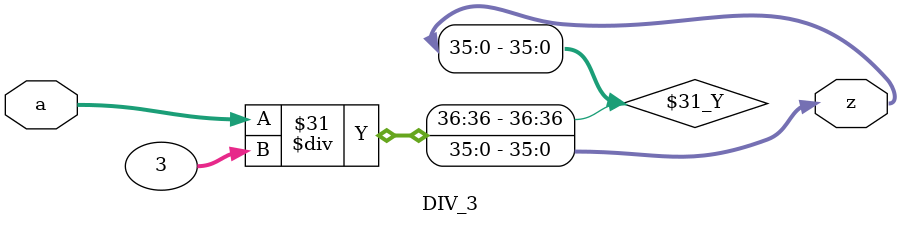
<source format=v>

`ifdef RTL
	`include "GATED_OR.v"
`else
	`include "Netlist/GATED_OR_SYN.v"
`endif
// synopsys translate_on

module SAD(
    //Input signals
    clk,
    rst_n,
    cg_en,
    in_valid,
	in_data1,
    T,
    in_data2,
    w_Q,
    w_K,
    w_V,

    //Output signals
    out_valid,
    out_data
    );

input clk;
input rst_n;
input in_valid;
input cg_en;
input signed [5:0] in_data1;
input [3:0] T;
input signed [7:0] in_data2;
input signed [7:0] w_Q;
input signed [7:0] w_K;
input signed [7:0] w_V;

output reg out_valid;
output reg signed [91:0] out_data;

//==============================================//
//       parameter & integer declaration        //
//==============================================//
parameter d_model = 'd8;

genvar k, p;

//==============================================//
//           reg & wire declaration             //
//==============================================//

reg [8:0] cnt_clk, next_cnt_clk;  // 0 ~ 307 (9 bits)
reg [6:0] handle_cycles_t8;   // 1*8 or 4*8 or 8*8 = 8 ~ 64
reg [6:0] handle_cycles_tt;   // 1*1 or 4*4 or 8*8 = 1 ~ 64
reg [8:0] QK_start_cycle;
reg [8:0] SV_start_cycle;
reg [8:0] out_start_cycle;
reg [8:0] end_cycle;     // max = 307 ??

// ----------------- input buffer -----------------
wire in_data1_valid, in_data2_valid, Q_valid, K_valid, V_valid;

reg signed [5:0] in_data1_reg [0:15];
reg [3:0] T_reg;
wire signed [7:0] in_data2_reg [0:63];
wire signed [7:0] w_Q_reg [0:63];
wire signed [7:0] w_K_reg [0:63];
wire signed [7:0] w_V_reg [0:63];

// ----------------- det -----------------
reg [3:0] det_cnt;    // 0 ~ 11
wire is_det;
reg  is_det_d1, is_det_d2, is_det_d3;

reg signed [20:0] det_tmp;   // 21-bit
reg signed [24:0] det_result;

// ----------------- matrix multiply -----------------
reg [4:0] mult_cnt_small;   // 0~191
reg [4:0] mult_cnt_small_d1;
wire is_multiplying;
wire Q_mult, K_mult, V_mult;
reg  Q_mult_d1, K_mult_d1, V_mult_d1;

wire signed [7:0] w_Q_transpose [0:63];
wire signed [7:0] w_K_transpose [0:63];
wire signed [7:0] w_V_transpose [0:63];

wire is_QK;
reg [5:0] mult_cnt_QK, mult_cnt_QK_d1, mult_cnt_QK_d2, mult_cnt_QK_d3;

reg signed [37:0] A_tmp;     // 38-bit
wire signed [36:0] A_pos;     // 37-bit

reg [36:0] div_a;   // 37-bit, all positive, unsigned
reg [35:0] div_z;   // 36-bit

wire signed [36:0] S_reg [0:63];

wire is_SV;
reg is_SV_d1;
reg [7:0] mult_cnt_SV;   // 0~191

wire signed [18:0] V_transpose [0:63];

// ----------------- mult -----------------
reg signed [7:0]  mult_s1_a [0:7];
reg signed [7:0]  mult_s1_b [0:7];
reg signed [15:0] mult_s1_z [0:7];

reg signed [7:0]  mult_s2_a [0:7];
reg signed [7:0]  mult_s2_b [0:7];
reg signed [15:0] mult_s2_z [0:7];

reg signed [18:0] mult_b_a [0:7];
wire signed [36:0] mult_b_b [0:7];
reg signed [53:0] mult_b_z [0:7];

reg signed [24:0] mult_f_a;
reg signed [53:0] mult_f_b;
reg signed [91:0] mult_f_z;

reg signed [18:0] Q_reg [0:63], K_reg [0:63], V_reg [0:63];     // 19-bit

//==============================================//
//                  design                      //
//==============================================//

wire the_end = (cnt_clk == end_cycle);

// reg [8:0] cnt_clk;  // 0 ~ 307 (9 bits)
always @(posedge clk or negedge rst_n) begin
	if (!rst_n) cnt_clk <= 7'b0;
	else cnt_clk <= next_cnt_clk;
end

// reg [8:0] next_cnt_clk;  // 0 ~ 307 (9 bits)
always @(*) begin
    next_cnt_clk = cnt_clk;
    if      (the_end)                    next_cnt_clk = 9'b0;
    else if (cnt_clk > 9'b0 || in_valid) next_cnt_clk = cnt_clk + 9'd1;
end

// ----------------- input -----------------

// wire in_data1_valid, in_data2_valid, Q_valid, K_valid, V_valid;
assign in_data1_valid = in_valid && cnt_clk < 9'd16;
assign in_data2_valid = in_valid && cnt_clk < ({3'd0, T_reg} << 3);
assign Q_valid = in_valid &&                     cnt_clk < 9'd64;
assign K_valid = in_valid && cnt_clk > 9'd63  && cnt_clk < 9'd128;
assign V_valid = in_valid && cnt_clk > 9'd127 && cnt_clk < 9'd192;

// reg [3:0] T_reg;
always @(posedge clk or negedge rst_n) begin
    if      (!rst_n)                      T_reg <= 4'd0;
    else if (in_valid && cnt_clk == 9'd0) T_reg <= T;
end

// reg [6:0] handle_cycles_t8;   // 1*8 or 4*8 or 8*8 = 8 ~ 64
always @(*) begin
    case (T_reg)
        1:       handle_cycles_t8 = 7'd8;
        4:       handle_cycles_t8 = 7'd32;
        default: handle_cycles_t8 = 7'd64;
    endcase
end
// reg [6:0] handle_cycles_tt;   // 1*1 or 4*4 or 8*8 = 1 ~ 64
always @(*) begin
    case (T_reg)
        1:       handle_cycles_tt = 7'd1;
        4:       handle_cycles_tt = 7'd32;
        default: handle_cycles_tt = 7'd64;
    endcase
end

// reg [8:0] QK_start_cycle;
always @(*) begin
    case (T_reg)
        1:       QK_start_cycle = 9'd190;
        4:       QK_start_cycle = 9'd148;
        default: QK_start_cycle = 9'd148;
    endcase
end

// reg [8:0] SV_start_cycle;
always @(*) begin
    case (T_reg)
        1:       SV_start_cycle = 9'd194;
        4:       SV_start_cycle = 9'd195;
        default: SV_start_cycle = 9'd212;
    endcase
end

// reg [8:0] out_start_cycle;
always @(*) begin
    case (T_reg)
        1:       out_start_cycle = 9'd196;
        4:       out_start_cycle = 9'd197;
        default: out_start_cycle = 9'd214;
    endcase
end

// reg [8:0] end_cycle;     // max = 307 ??
always @(*) begin
    case (T_reg)
        1:       end_cycle = 9'd204;
        4:       end_cycle = 9'd229;
        default: end_cycle = 9'd278;
    endcase
end

wire in_data1_clk;
wire in_data1_sleep = cg_en & ~(cnt_clk <= 27);
GATED_OR GATED_in_data1 (.CLOCK(clk), .SLEEP_CTRL(in_data1_sleep), .RST_N(rst_n), .CLOCK_GATED(in_data1_clk));

// reg signed [5:0] in_data1_reg [0:15];
always @(posedge in_data1_clk or negedge rst_n) begin
// always @(posedge clk or negedge rst_n) begin
    integer i;
    if (!rst_n) for (i = 0; i < 16; i  = i + 1) in_data1_reg[i] <= 6'd0;
    // ----------------- input -----------------
    else if (in_data1_valid) in_data1_reg[cnt_clk] <= in_data1;
    // -------------- determinent --------------
    else if (is_det) begin
        in_data1_reg[0] <= in_data1_reg[1];
        in_data1_reg[1] <= in_data1_reg[2];
        in_data1_reg[2] <= in_data1_reg[3];
        in_data1_reg[3] <= in_data1_reg[0];

        in_data1_reg[4] <= in_data1_reg[5];
        in_data1_reg[5] <= in_data1_reg[6];
        in_data1_reg[6] <= in_data1_reg[7];
        in_data1_reg[7] <= in_data1_reg[4];
        
        in_data1_reg[8] <= in_data1_reg[9];
        in_data1_reg[9] <= in_data1_reg[10];
        in_data1_reg[10] <= in_data1_reg[11];
        in_data1_reg[11] <= in_data1_reg[8];

        in_data1_reg[12] <= in_data1_reg[13];
        in_data1_reg[13] <= in_data1_reg[14];
        in_data1_reg[14] <= in_data1_reg[15];
        in_data1_reg[15] <= in_data1_reg[12];
    end
end

wire in_data2_clk_h1, in_data2_clk_h2;
wire in_data2_sleep = cg_en & ~(cnt_clk < ({3'd0, T_reg} << 3)) & ~(the_end);
GATED_OR GATED_in_data2_h1 (.CLOCK(clk), .SLEEP_CTRL(in_data2_sleep), .RST_N(rst_n), .CLOCK_GATED(in_data2_clk_h1));
GATED_OR GATED_in_data2_h2 (.CLOCK(clk), .SLEEP_CTRL(in_data2_sleep), .RST_N(rst_n), .CLOCK_GATED(in_data2_clk_h2));

reg signed [7:0] in_data2_reg_h1 [0:31], in_data2_reg_h2 [32:63];

// reg signed [7:0] in_data2_reg [0:63];
always @(posedge in_data2_clk_h1 or negedge rst_n) begin
// always @(posedge clk or negedge rst_n) begin
    integer i;
    if      (!rst_n)                            for (i = 0; i < 32; i  = i + 1) in_data2_reg_h1[i] <= 8'd0;
    else if (the_end)                           for (i = 8; i < 32; i  = i + 1) in_data2_reg_h1[i] <= 8'd0;
    else if (in_data2_valid && cnt_clk < 9'd32) in_data2_reg_h1[cnt_clk] <= in_data2;
end

always @(posedge in_data2_clk_h2 or negedge rst_n) begin
// always @(posedge clk or negedge rst_n) begin
    integer i;
    if      (!rst_n)                            for (i = 32; i < 64; i  = i + 1) in_data2_reg_h2[i] <= 8'd0;
    else if (the_end)                           for (i = 32; i < 64; i  = i + 1) in_data2_reg_h2[i] <= 8'd0;
    else if (in_data2_valid && cnt_clk > 9'd31) in_data2_reg_h2[cnt_clk] <= in_data2;
end

generate
    for (k = 0; k < 32; k = k + 1) begin: recover_in_data2_reg
        assign in_data2_reg[k]    = in_data2_reg_h1[k];
        assign in_data2_reg[k+32] = in_data2_reg_h2[k+32];
    end
endgenerate

wire w_Q_clk_h1, w_Q_clk_h2;
wire w_K_clk_h1, w_K_clk_h2;
wire w_V_clk_h1, w_V_clk_h2;
wire w_Q_sleep = cg_en & ~(cnt_clk < 9'd64);
wire w_K_sleep = cg_en & ~(cnt_clk > 9'd63  && cnt_clk < 9'd128);
wire w_V_sleep = cg_en & ~(cnt_clk > 9'd127 && cnt_clk < 9'd192);
GATED_OR GATED_w_Q_h1 (.CLOCK(clk), .SLEEP_CTRL(w_Q_sleep), .RST_N(rst_n), .CLOCK_GATED(w_Q_clk_h1));
GATED_OR GATED_w_K_h1 (.CLOCK(clk), .SLEEP_CTRL(w_K_sleep), .RST_N(rst_n), .CLOCK_GATED(w_K_clk_h1));
GATED_OR GATED_w_V_h1 (.CLOCK(clk), .SLEEP_CTRL(w_V_sleep), .RST_N(rst_n), .CLOCK_GATED(w_V_clk_h1));
GATED_OR GATED_w_Q_h2 (.CLOCK(clk), .SLEEP_CTRL(w_Q_sleep), .RST_N(rst_n), .CLOCK_GATED(w_Q_clk_h2));
GATED_OR GATED_w_K_h2 (.CLOCK(clk), .SLEEP_CTRL(w_K_sleep), .RST_N(rst_n), .CLOCK_GATED(w_K_clk_h2));
GATED_OR GATED_w_V_h2 (.CLOCK(clk), .SLEEP_CTRL(w_V_sleep), .RST_N(rst_n), .CLOCK_GATED(w_V_clk_h2));

reg signed [7:0] w_Q_reg_h1 [0:31], w_Q_reg_h2 [32:63];
reg signed [7:0] w_K_reg_h1 [0:31], w_K_reg_h2 [32:63];
reg signed [7:0] w_V_reg_h1 [0:31], w_V_reg_h2 [32:63];

generate
    for (k = 0; k < 32; k = k + 1) begin: recover_w_QKV_reg
        assign w_Q_reg[k] = w_Q_reg_h1[k];
        assign w_K_reg[k] = w_K_reg_h1[k];
        assign w_V_reg[k] = w_V_reg_h1[k];
        assign w_Q_reg[k+32] = w_Q_reg_h2[k+32];
        assign w_K_reg[k+32] = w_K_reg_h2[k+32];
        assign w_V_reg[k+32] = w_V_reg_h2[k+32];
    end
endgenerate

// reg signed [7:0] w_Q_reg [0:63];
always @(posedge w_Q_clk_h1 or negedge rst_n) begin
    integer i;
    if      (!rst_n)  for (i = 0; i < 32; i = i + 1) w_Q_reg_h1[i] <= 8'd0;
    else if (Q_valid && cnt_clk[5:0] < 6'd32) w_Q_reg_h1[cnt_clk[5:0]] <= w_Q;
end
always @(posedge w_Q_clk_h2 or negedge rst_n) begin
    integer i;
    if      (!rst_n)  for (i = 32; i < 64; i = i + 1) w_Q_reg_h2[i] <= 8'd0;
    else if (Q_valid && cnt_clk[5:0] > 6'd31) w_Q_reg_h2[cnt_clk[5:0]] <= w_Q;
end

// reg signed [7:0] w_K_reg [0:63];
always @(posedge w_K_clk_h1 or negedge rst_n) begin
    integer i;
    if      (!rst_n)  for (i = 0; i < 32; i = i + 1) w_K_reg_h1[i] <= 8'd0;
    else if (K_valid && cnt_clk[5:0] < 6'd32) w_K_reg_h1[cnt_clk[5:0]] <= w_K;
end
always @(posedge w_K_clk_h2 or negedge rst_n) begin
    integer i;
    if      (!rst_n)  for (i = 32; i < 64; i = i + 1) w_K_reg_h2[i] <= 8'd0;
    else if (K_valid && cnt_clk[5:0] > 6'd31) w_K_reg_h2[cnt_clk[5:0]] <= w_K;
end

// reg signed [7:0] w_V_reg [0:63];
always @(posedge w_V_clk_h1 or negedge rst_n) begin
    integer i;
    if      (!rst_n)  for (i = 0; i < 32; i = i + 1) w_V_reg_h1[i] <= 8'd0;
    else if (V_valid && cnt_clk[5:0] < 6'd32) w_V_reg_h1[cnt_clk[5:0]] <= w_V;
end
always @(posedge w_V_clk_h2 or negedge rst_n) begin
    integer i;
    if      (!rst_n)  for (i = 32; i < 64; i = i + 1) w_V_reg_h2[i] <= 8'd0;
    else if (V_valid && cnt_clk[5:0] > 6'd31) w_V_reg_h2[cnt_clk[5:0]] <= w_V;
end

// -------------- determinent --------------

wire det_cnt_clk;
wire det_cnt_sleep = cg_en & ~(is_det) & ~(the_end);
GATED_OR GATED_det_cnt (.CLOCK(clk), .SLEEP_CTRL(det_cnt_sleep), .RST_N(rst_n), .CLOCK_GATED(det_cnt_clk));

// reg [3:0] det_cnt;    // 0 ~ 11
always @(posedge det_cnt_clk or negedge rst_n) begin
// always @(posedge clk or negedge rst_n) begin
    if      (!rst_n) det_cnt <= 4'd0;
    else if (is_det) det_cnt <= det_cnt + 4'd1;
    else if (the_end) det_cnt <= 4'd0;
end

// wire is_det;
assign is_det = (cnt_clk >= 9'd16 && cnt_clk <= 9'd27);

wire is_det_d_clk;
wire is_det_d_sleep = cg_en & ~(cnt_clk >= 9'd16 && cnt_clk <= 9'd30);
GATED_OR GATED_is_det_d (.CLOCK(clk), .SLEEP_CTRL(is_det_d_sleep), .RST_N(rst_n), .CLOCK_GATED(is_det_d_clk));

// reg is_det_d1, is_det_d2, is_det_d3;
always @(posedge is_det_d_clk or negedge rst_n) begin
// always @(posedge clk or negedge rst_n) begin
    if (!rst_n) begin
        is_det_d1 <= 1'b0;
        is_det_d2 <= 1'b0;
        is_det_d3 <= 1'b0;
    end
    else begin
        is_det_d1 <= is_det;
        is_det_d2 <= is_det_d1;
        is_det_d3 <= is_det_d2;
    end
end

// + a0 a5 a10 a15
// - a1 a6 a11 a12
// + a2 a7 a8  a13
// - a3 a4 a9  a14

// + a0 a6 a11 a13
// - a1 a7 a8  a14
// + a2 a4 a9  a15
// - a3 a5 a10 a12

// + a0 a7 a9  a14
// - a1 a4 a10 a15
// + a2 a5 a11 a12
// - a3 a6 a8  a13

//--------------------

// - a0 a7 a10 a13
// + a1 a4 a11 a14 
// - a2 a5 a8  a15
// + a3 a6 a9  a12

// - a0 a5 a11 a14
// + a1 a6 a8  a15 
// - a2 a7 a9  a12
// + a3 a4 a10 a13 

// - a0 a6 a9  a15
// + a1 a7 a10 a12
// - a2 a4 a11 a13 
// + a3 a5 a8  a14

wire mult_s1_clk, mult_s2_clk;
wire mult_s1_sleep = cg_en & ~is_det & ~Q_mult & ~K_mult & ~V_mult & ~(the_end);
wire mult_s2_sleep = cg_en           & ~Q_mult & ~K_mult & ~V_mult & ~(the_end);
GATED_OR GATED_mult_s1 (.CLOCK(clk), .SLEEP_CTRL(mult_s1_sleep), .RST_N(rst_n), .CLOCK_GATED(mult_s1_clk));
GATED_OR GATED_mult_s2 (.CLOCK(clk), .SLEEP_CTRL(mult_s2_sleep), .RST_N(rst_n), .CLOCK_GATED(mult_s2_clk));

// reg signed [7:0] mult_s_a[0:7], mult_s_b[0:7]
always @(posedge mult_s1_clk or negedge rst_n) begin
// always @(posedge clk or negedge rst_n) begin
    integer i;
    if (!rst_n) begin
        for (i = 0; i < 8; i = i + 1) begin
            mult_s1_a[i] <= 8'd0;
            mult_s1_b[i] <= 8'd0;
        end
    end
    else if (is_det) begin
        case (det_cnt[3:2])
            2'd1: begin
                // -
                mult_s1_a[0] <= {{2{in_data1_reg[0][5]}},  in_data1_reg[0]};
                mult_s1_b[0] <= {{2{in_data1_reg[6][5]}},  in_data1_reg[6]};
                mult_s1_a[1] <= {{2{in_data1_reg[11][5]}}, in_data1_reg[11]};
                mult_s1_b[1] <= {{2{in_data1_reg[13][5]}}, in_data1_reg[13]};
                // +
                
                mult_s1_a[2] <= {{2{in_data1_reg[0][5]}},  in_data1_reg[0]};
                mult_s1_b[2] <= {{2{in_data1_reg[5][5]}},  in_data1_reg[5]};
                mult_s1_a[3] <= {{2{in_data1_reg[11][5]}}, in_data1_reg[11]};
                mult_s1_b[3] <= {{2{in_data1_reg[14][5]}}, in_data1_reg[14]};
            end
            2'd2: begin
                // +
                mult_s1_a[0] <= {{2{in_data1_reg[0][5]}},  in_data1_reg[0]};
                mult_s1_b[0] <= {{2{in_data1_reg[7][5]}},  in_data1_reg[7]};
                mult_s1_a[1] <= {{2{in_data1_reg[9][5]}},  in_data1_reg[9]};
                mult_s1_b[1] <= {{2{in_data1_reg[14][5]}}, in_data1_reg[14]};
                // -
                mult_s1_a[2] <= {{2{in_data1_reg[0][5]}},  in_data1_reg[0]};
                mult_s1_b[2] <= {{2{in_data1_reg[6][5]}},  in_data1_reg[6]};
                mult_s1_a[3] <= {{2{in_data1_reg[9][5]}},  in_data1_reg[9]};
                mult_s1_b[3] <= {{2{in_data1_reg[15][5]}}, in_data1_reg[15]};
            end
            default: begin      // 0 or 3
                // -
                mult_s1_a[0] <= {{2{in_data1_reg[0][5]}},  in_data1_reg[0]};
                mult_s1_b[0] <= {{2{in_data1_reg[5][5]}},  in_data1_reg[5]};
                mult_s1_a[1] <= {{2{in_data1_reg[10][5]}}, in_data1_reg[10]};
                mult_s1_b[1] <= {{2{in_data1_reg[15][5]}}, in_data1_reg[15]};
                // +
                mult_s1_a[2] <= {{2{in_data1_reg[0][5]}},  in_data1_reg[0]};
                mult_s1_b[2] <= {{2{in_data1_reg[7][5]}},  in_data1_reg[7]};
                mult_s1_a[3] <= {{2{in_data1_reg[10][5]}}, in_data1_reg[10]};
                mult_s1_b[3] <= {{2{in_data1_reg[13][5]}}, in_data1_reg[13]};
            end
        endcase
    end
    else if (Q_mult) begin
        mult_s1_a[0] <= in_data2_reg[{mult_cnt_small[4:3], 4'd0}];
        mult_s1_a[1] <= in_data2_reg[{mult_cnt_small[4:3], 4'd1}];
        mult_s1_a[2] <= in_data2_reg[{mult_cnt_small[4:3], 4'd2}];
        mult_s1_a[3] <= in_data2_reg[{mult_cnt_small[4:3], 4'd3}];
        mult_s1_a[4] <= in_data2_reg[{mult_cnt_small[4:3], 4'd4}];
        mult_s1_a[5] <= in_data2_reg[{mult_cnt_small[4:3], 4'd5}];
        mult_s1_a[6] <= in_data2_reg[{mult_cnt_small[4:3], 4'd6}];
        mult_s1_a[7] <= in_data2_reg[{mult_cnt_small[4:3], 4'd7}];

        mult_s1_b[0] <= w_Q_transpose[{mult_cnt_small[2:0], 3'd0}];
        mult_s1_b[1] <= w_Q_transpose[{mult_cnt_small[2:0], 3'd1}];
        mult_s1_b[2] <= w_Q_transpose[{mult_cnt_small[2:0], 3'd2}];
        mult_s1_b[3] <= w_Q_transpose[{mult_cnt_small[2:0], 3'd3}];
        mult_s1_b[4] <= w_Q_transpose[{mult_cnt_small[2:0], 3'd4}];
        mult_s1_b[5] <= w_Q_transpose[{mult_cnt_small[2:0], 3'd5}];
        mult_s1_b[6] <= w_Q_transpose[{mult_cnt_small[2:0], 3'd6}];
        mult_s1_b[7] <= w_Q_transpose[{mult_cnt_small[2:0], 3'd7}];
    end
    else if (K_mult) begin
        mult_s1_a[0] <= in_data2_reg[{mult_cnt_small[4:3], 4'd0}];
        mult_s1_a[1] <= in_data2_reg[{mult_cnt_small[4:3], 4'd1}];
        mult_s1_a[2] <= in_data2_reg[{mult_cnt_small[4:3], 4'd2}];
        mult_s1_a[3] <= in_data2_reg[{mult_cnt_small[4:3], 4'd3}];
        mult_s1_a[4] <= in_data2_reg[{mult_cnt_small[4:3], 4'd4}];
        mult_s1_a[5] <= in_data2_reg[{mult_cnt_small[4:3], 4'd5}];
        mult_s1_a[6] <= in_data2_reg[{mult_cnt_small[4:3], 4'd6}];
        mult_s1_a[7] <= in_data2_reg[{mult_cnt_small[4:3], 4'd7}];

        mult_s1_b[0] <= w_K_transpose[{mult_cnt_small[2:0], 3'd0}];
        mult_s1_b[1] <= w_K_transpose[{mult_cnt_small[2:0], 3'd1}];
        mult_s1_b[2] <= w_K_transpose[{mult_cnt_small[2:0], 3'd2}];
        mult_s1_b[3] <= w_K_transpose[{mult_cnt_small[2:0], 3'd3}];
        mult_s1_b[4] <= w_K_transpose[{mult_cnt_small[2:0], 3'd4}];
        mult_s1_b[5] <= w_K_transpose[{mult_cnt_small[2:0], 3'd5}];
        mult_s1_b[6] <= w_K_transpose[{mult_cnt_small[2:0], 3'd6}];
        mult_s1_b[7] <= w_K_transpose[{mult_cnt_small[2:0], 3'd7}];
    end
    else if (V_mult) begin
        mult_s1_a[0] <= in_data2_reg[{mult_cnt_small[4:3], 4'd0}];
        mult_s1_a[1] <= in_data2_reg[{mult_cnt_small[4:3], 4'd1}];
        mult_s1_a[2] <= in_data2_reg[{mult_cnt_small[4:3], 4'd2}];
        mult_s1_a[3] <= in_data2_reg[{mult_cnt_small[4:3], 4'd3}];
        mult_s1_a[4] <= in_data2_reg[{mult_cnt_small[4:3], 4'd4}];
        mult_s1_a[5] <= in_data2_reg[{mult_cnt_small[4:3], 4'd5}];
        mult_s1_a[6] <= in_data2_reg[{mult_cnt_small[4:3], 4'd6}];
        mult_s1_a[7] <= in_data2_reg[{mult_cnt_small[4:3], 4'd7}];

        mult_s1_b[0] <= w_V_transpose[{mult_cnt_small[2:0], 3'd0}];
        mult_s1_b[1] <= w_V_transpose[{mult_cnt_small[2:0], 3'd1}];
        mult_s1_b[2] <= w_V_transpose[{mult_cnt_small[2:0], 3'd2}];
        mult_s1_b[3] <= w_V_transpose[{mult_cnt_small[2:0], 3'd3}];
        mult_s1_b[4] <= w_V_transpose[{mult_cnt_small[2:0], 3'd4}];
        mult_s1_b[5] <= w_V_transpose[{mult_cnt_small[2:0], 3'd5}];
        mult_s1_b[6] <= w_V_transpose[{mult_cnt_small[2:0], 3'd6}];
        mult_s1_b[7] <= w_V_transpose[{mult_cnt_small[2:0], 3'd7}];
    end
    else if (the_end) begin
        for (i = 0; i < 8; i = i + 1) begin
            mult_s1_a[i] <= 8'd0;
            mult_s1_b[i] <= 8'd0;
        end
    end
end
// reg signed [7:0] mult_s_a[0:7], mult_s_b[0:7]
always @(posedge mult_s2_clk or negedge rst_n) begin
// always @(posedge clk or negedge rst_n) begin
    integer i;
    if (!rst_n) begin
        for (i = 0; i < 8; i = i + 1) begin
            mult_s2_a[i] <= 8'd0;
            mult_s2_b[i] <= 8'd0;
        end
    end
    else if (Q_mult) begin
        mult_s2_a[0] <= in_data2_reg[{mult_cnt_small[4:3], 1'b1, 3'd0}];
        mult_s2_a[1] <= in_data2_reg[{mult_cnt_small[4:3], 1'b1, 3'd1}];
        mult_s2_a[2] <= in_data2_reg[{mult_cnt_small[4:3], 1'b1, 3'd2}];
        mult_s2_a[3] <= in_data2_reg[{mult_cnt_small[4:3], 1'b1, 3'd3}];
        mult_s2_a[4] <= in_data2_reg[{mult_cnt_small[4:3], 1'b1, 3'd4}];
        mult_s2_a[5] <= in_data2_reg[{mult_cnt_small[4:3], 1'b1, 3'd5}];
        mult_s2_a[6] <= in_data2_reg[{mult_cnt_small[4:3], 1'b1, 3'd6}];
        mult_s2_a[7] <= in_data2_reg[{mult_cnt_small[4:3], 1'b1, 3'd7}];

        mult_s2_b[0] <= w_Q_transpose[{mult_cnt_small[2:0], 3'd0}];
        mult_s2_b[1] <= w_Q_transpose[{mult_cnt_small[2:0], 3'd1}];
        mult_s2_b[2] <= w_Q_transpose[{mult_cnt_small[2:0], 3'd2}];
        mult_s2_b[3] <= w_Q_transpose[{mult_cnt_small[2:0], 3'd3}];
        mult_s2_b[4] <= w_Q_transpose[{mult_cnt_small[2:0], 3'd4}];
        mult_s2_b[5] <= w_Q_transpose[{mult_cnt_small[2:0], 3'd5}];
        mult_s2_b[6] <= w_Q_transpose[{mult_cnt_small[2:0], 3'd6}];
        mult_s2_b[7] <= w_Q_transpose[{mult_cnt_small[2:0], 3'd7}];
    end
    else if (K_mult) begin
        mult_s2_a[0] <= in_data2_reg[{mult_cnt_small[4:3], 1'b1, 3'd0}];
        mult_s2_a[1] <= in_data2_reg[{mult_cnt_small[4:3], 1'b1, 3'd1}];
        mult_s2_a[2] <= in_data2_reg[{mult_cnt_small[4:3], 1'b1, 3'd2}];
        mult_s2_a[3] <= in_data2_reg[{mult_cnt_small[4:3], 1'b1, 3'd3}];
        mult_s2_a[4] <= in_data2_reg[{mult_cnt_small[4:3], 1'b1, 3'd4}];
        mult_s2_a[5] <= in_data2_reg[{mult_cnt_small[4:3], 1'b1, 3'd5}];
        mult_s2_a[6] <= in_data2_reg[{mult_cnt_small[4:3], 1'b1, 3'd6}];
        mult_s2_a[7] <= in_data2_reg[{mult_cnt_small[4:3], 1'b1, 3'd7}];

        mult_s2_b[0] <= w_K_transpose[{mult_cnt_small[2:0], 3'd0}];
        mult_s2_b[1] <= w_K_transpose[{mult_cnt_small[2:0], 3'd1}];
        mult_s2_b[2] <= w_K_transpose[{mult_cnt_small[2:0], 3'd2}];
        mult_s2_b[3] <= w_K_transpose[{mult_cnt_small[2:0], 3'd3}];
        mult_s2_b[4] <= w_K_transpose[{mult_cnt_small[2:0], 3'd4}];
        mult_s2_b[5] <= w_K_transpose[{mult_cnt_small[2:0], 3'd5}];
        mult_s2_b[6] <= w_K_transpose[{mult_cnt_small[2:0], 3'd6}];
        mult_s2_b[7] <= w_K_transpose[{mult_cnt_small[2:0], 3'd7}];
    end
    else if (V_mult) begin
        mult_s2_a[0] <= in_data2_reg[{mult_cnt_small[4:3], 1'b1, 3'd0}];
        mult_s2_a[1] <= in_data2_reg[{mult_cnt_small[4:3], 1'b1, 3'd1}];
        mult_s2_a[2] <= in_data2_reg[{mult_cnt_small[4:3], 1'b1, 3'd2}];
        mult_s2_a[3] <= in_data2_reg[{mult_cnt_small[4:3], 1'b1, 3'd3}];
        mult_s2_a[4] <= in_data2_reg[{mult_cnt_small[4:3], 1'b1, 3'd4}];
        mult_s2_a[5] <= in_data2_reg[{mult_cnt_small[4:3], 1'b1, 3'd5}];
        mult_s2_a[6] <= in_data2_reg[{mult_cnt_small[4:3], 1'b1, 3'd6}];
        mult_s2_a[7] <= in_data2_reg[{mult_cnt_small[4:3], 1'b1, 3'd7}];

        mult_s2_b[0] <= w_V_transpose[{mult_cnt_small[2:0], 3'd0}];
        mult_s2_b[1] <= w_V_transpose[{mult_cnt_small[2:0], 3'd1}];
        mult_s2_b[2] <= w_V_transpose[{mult_cnt_small[2:0], 3'd2}];
        mult_s2_b[3] <= w_V_transpose[{mult_cnt_small[2:0], 3'd3}];
        mult_s2_b[4] <= w_V_transpose[{mult_cnt_small[2:0], 3'd4}];
        mult_s2_b[5] <= w_V_transpose[{mult_cnt_small[2:0], 3'd5}];
        mult_s2_b[6] <= w_V_transpose[{mult_cnt_small[2:0], 3'd6}];
        mult_s2_b[7] <= w_V_transpose[{mult_cnt_small[2:0], 3'd7}];
    end
    else if (the_end) begin
        for (i = 0; i < 8; i = i + 1) begin
            mult_s2_a[i] <= 8'd0;
            mult_s2_b[i] <= 8'd0;
        end
    end
end

wire mult_b_a_clk, mult_b_b_clk_h1, mult_b_b_clk_h2;
wire mult_b_sleep = cg_en & ~is_det_d1 & ~is_QK & ~is_SV & ~(the_end);
// GATED_OR GATED_mult_b_a (.CLOCK(clk), .SLEEP_CTRL(mult_b_sleep), .RST_N(rst_n), .CLOCK_GATED(mult_b_a_clk));
GATED_OR GATED_mult_b_b_h1 (.CLOCK(clk), .SLEEP_CTRL(mult_b_sleep), .RST_N(rst_n), .CLOCK_GATED(mult_b_b_clk_h1));
GATED_OR GATED_mult_b_b_h2 (.CLOCK(clk), .SLEEP_CTRL(mult_b_sleep), .RST_N(rst_n), .CLOCK_GATED(mult_b_b_clk_h2));

reg signed [36:0] mult_b_b_h1[0:3], mult_b_b_h2[4:7];

generate
    for (k = 0; k < 4; k = k + 1) begin: recover_mult_b_b
        assign mult_b_b[k]   = mult_b_b_h1[k];
        assign mult_b_b[k+4] = mult_b_b_h2[k+4];
    end
endgenerate

// reg signed [18:0] mult_b_a[0:7]
// reg signed [36:0] mult_b_b[0:7]
// always @(posedge mult_b_a_clk or negedge rst_n) begin        // may wrong
always @(posedge clk or negedge rst_n) begin
    integer i;
    if (!rst_n) begin
        for (i = 0; i < 8; i = i + 1) begin
            mult_b_a[i] <= 19'd0;
        end
    end
    else if (is_det_d1) begin
        mult_b_a[0] <= {{ 3{mult_s1_z[0][15]}}, mult_s1_z[0]};
        mult_b_a[1] <= {{ 3{mult_s1_z[2][15]}}, mult_s1_z[2]};
        for (i = 2; i < 8; i = i + 1) begin
            mult_b_a[i] <= 19'd0;
        end
    end
    else if (is_QK) begin
        mult_b_a[0] <= Q_reg[{mult_cnt_QK[5:3], 3'd0}];
        mult_b_a[1] <= Q_reg[{mult_cnt_QK[5:3], 3'd1}];
        mult_b_a[2] <= Q_reg[{mult_cnt_QK[5:3], 3'd2}];
        mult_b_a[3] <= Q_reg[{mult_cnt_QK[5:3], 3'd3}];
        mult_b_a[4] <= Q_reg[{mult_cnt_QK[5:3], 3'd4}];
        mult_b_a[5] <= Q_reg[{mult_cnt_QK[5:3], 3'd5}];
        mult_b_a[6] <= Q_reg[{mult_cnt_QK[5:3], 3'd6}];
        mult_b_a[7] <= Q_reg[{mult_cnt_QK[5:3], 3'd7}];
    end
    else if (is_SV) begin
        mult_b_a[0] <= V_transpose[{mult_cnt_SV[2:0], 3'd0}];  // 19-bit
        mult_b_a[1] <= V_transpose[{mult_cnt_SV[2:0], 3'd1}];
        mult_b_a[2] <= V_transpose[{mult_cnt_SV[2:0], 3'd2}];
        mult_b_a[3] <= V_transpose[{mult_cnt_SV[2:0], 3'd3}];
        mult_b_a[4] <= V_transpose[{mult_cnt_SV[2:0], 3'd4}];
        mult_b_a[5] <= V_transpose[{mult_cnt_SV[2:0], 3'd5}];
        mult_b_a[6] <= V_transpose[{mult_cnt_SV[2:0], 3'd6}];
        mult_b_a[7] <= V_transpose[{mult_cnt_SV[2:0], 3'd7}];
    end
    else if (the_end) begin
        for (i = 0; i < 8; i = i + 1) begin
            mult_b_a[i] <= 19'd0;
        end
    end
end
always @(posedge mult_b_b_clk_h1 or negedge rst_n) begin
// always @(posedge clk or negedge rst_n) begin
    integer i;
    if (!rst_n) begin
        for (i = 0; i < 4; i = i + 1) begin
            mult_b_b_h1[i] <= 37'd0;
        end
    end
    else if (is_det_d1) begin
        mult_b_b_h1[0] <= {{21{mult_s1_z[1][15]}}, mult_s1_z[1]};
        mult_b_b_h1[1] <= {{21{mult_s1_z[3][15]}}, mult_s1_z[3]};
        mult_b_b_h1[2] <= 37'd0;
        mult_b_b_h1[3] <= 37'd0;
    end
    else if (is_QK) begin
        mult_b_b_h1[0] <= {{18{K_reg[{mult_cnt_QK[2:0], 3'd0}][18]}}, K_reg[{mult_cnt_QK[2:0], 3'd0}]};
        mult_b_b_h1[1] <= {{18{K_reg[{mult_cnt_QK[2:0], 3'd1}][18]}}, K_reg[{mult_cnt_QK[2:0], 3'd1}]};
        mult_b_b_h1[2] <= {{18{K_reg[{mult_cnt_QK[2:0], 3'd2}][18]}}, K_reg[{mult_cnt_QK[2:0], 3'd2}]};
        mult_b_b_h1[3] <= {{18{K_reg[{mult_cnt_QK[2:0], 3'd3}][18]}}, K_reg[{mult_cnt_QK[2:0], 3'd3}]};
    end
    else if (is_SV) begin
        mult_b_b_h1[0] <= S_reg[{mult_cnt_SV[5:3], 3'd0}];        // 37-bit
        mult_b_b_h1[1] <= S_reg[{mult_cnt_SV[5:3], 3'd1}];
        mult_b_b_h1[2] <= S_reg[{mult_cnt_SV[5:3], 3'd2}];
        mult_b_b_h1[3] <= S_reg[{mult_cnt_SV[5:3], 3'd3}];
    end
    else if (the_end) begin
        for (i = 0; i < 4; i = i + 1) begin
            mult_b_b_h1[i] <= 37'd0;
        end
    end
end
always @(posedge mult_b_b_clk_h2 or negedge rst_n) begin
// always @(posedge clk or negedge rst_n) begin
    integer i;
    if (!rst_n) begin
        for (i = 4; i < 8; i = i + 1) begin
            mult_b_b_h2[i] <= 37'd0;
        end
    end
    else if (is_det_d1) begin
        mult_b_b_h2[4] <= 37'd0;
        mult_b_b_h2[5] <= 37'd0;
        mult_b_b_h2[6] <= 37'd0;
        mult_b_b_h2[7] <= 37'd0;
    end
    else if (is_QK) begin
        mult_b_b_h2[4] <= {{18{K_reg[{mult_cnt_QK[2:0], 3'd4}][18]}}, K_reg[{mult_cnt_QK[2:0], 3'd4}]};
        mult_b_b_h2[5] <= {{18{K_reg[{mult_cnt_QK[2:0], 3'd5}][18]}}, K_reg[{mult_cnt_QK[2:0], 3'd5}]};
        mult_b_b_h2[6] <= {{18{K_reg[{mult_cnt_QK[2:0], 3'd6}][18]}}, K_reg[{mult_cnt_QK[2:0], 3'd6}]};
        mult_b_b_h2[7] <= {{18{K_reg[{mult_cnt_QK[2:0], 3'd7}][18]}}, K_reg[{mult_cnt_QK[2:0], 3'd7}]};
    end
    else if (is_SV) begin
        mult_b_b_h2[4] <= S_reg[{mult_cnt_SV[5:3], 3'd4}];
        mult_b_b_h2[5] <= S_reg[{mult_cnt_SV[5:3], 3'd5}];
        mult_b_b_h2[6] <= S_reg[{mult_cnt_SV[5:3], 3'd6}];
        mult_b_b_h2[7] <= S_reg[{mult_cnt_SV[5:3], 3'd7}];
    end
    else if (the_end) begin
        for (i = 4; i < 8; i = i + 1) begin
            mult_b_b_h2[i] <= 37'd0;
        end
    end
end

// reg signed [20:0] det_tmp;   // 21-bit
always @(posedge clk or negedge rst_n) begin
    if      (!rst_n)     det_tmp <= 21'd0;
    else if (is_det_d2) begin
        if (~cnt_clk[0]) det_tmp <= mult_b_z[0] - mult_b_z[1];
        else             det_tmp <= mult_b_z[1] - mult_b_z[0];
    end
end

// reg signed [24:0] det_result;
always @(posedge clk or negedge rst_n) begin
    if      (!rst_n)    det_result <= 25'd0;
    else if (is_det_d3) det_result <= det_result + det_tmp;
    else if (the_end)   det_result <= 25'd0;
end

// -------------- attention --------------

assign Q_mult = cnt_clk >= 9'd57  && cnt_clk <= 9'd88;
assign K_mult = cnt_clk >= 9'd121 && cnt_clk <= 9'd152;
assign V_mult = cnt_clk >= 9'd185 && cnt_clk < (T_reg[0] ? 9'd193 : (9'd185 + (handle_cycles_t8>>1)));

// reg Q_mult_d1, K_mult_d1, V_mult_d1;
always @(posedge clk or negedge rst_n) begin
    if (!rst_n) begin
        Q_mult_d1 <= 1'b0;
        K_mult_d1 <= 1'b0;
        V_mult_d1 <= 1'b0;
    end
    else begin
        Q_mult_d1 <= Q_mult;
        K_mult_d1 <= K_mult;
        V_mult_d1 <= V_mult;
    end
end

// wire is_multiplying;
assign is_multiplying = (Q_mult || K_mult || V_mult);

// reg [4:0] mult_cnt_small;   // 0~191
always @(posedge clk or negedge rst_n) begin
    if      (!rst_n)               mult_cnt_small <= 5'd0;
    else if (is_multiplying)       mult_cnt_small <= mult_cnt_small + 5'd1;
    else if (the_end) mult_cnt_small <= 5'd0;
end

// reg [7:0] mult_cnt_small_d1;   // 0~191
always @(posedge clk or negedge rst_n) begin
    if (!rst_n) mult_cnt_small_d1 <= 5'd0;
    else        mult_cnt_small_d1 <= mult_cnt_small;
end

// wire signed [7:0] w_Q_transpose [0:63];
// wire signed [7:0] w_K_transpose [0:63];
// wire signed [7:0] w_V_transpose [0:63];
generate
    for (k = 0; k < 64; k = k + 1) begin: transpose_weight
        assign w_Q_transpose[k] = w_Q_reg[k/8 + 8*(k%8)];
        assign w_K_transpose[k] = w_K_reg[k/8 + 8*(k%8)];
        assign w_V_transpose[k] = w_V_reg[k/8 + 8*(k%8)];
    end
endgenerate

// reg signed [18:0] Q_reg [0:63], K_reg [0:63], V_reg [0:63];     // 19-bit
always @(posedge clk or negedge rst_n) begin
    integer i;
    if (!rst_n) begin
        for (i = 0; i < 64; i = i + 1) Q_reg[i] <= 19'd0;
    end
    else if (Q_mult_d1) begin
        Q_reg[{mult_cnt_small_d1[4:3], 1'b0, mult_cnt_small_d1[2:0]}] <= mult_s1_z[0] + mult_s1_z[1] + mult_s1_z[2] + mult_s1_z[3] + mult_s1_z[4] + mult_s1_z[5] + mult_s1_z[6] + mult_s1_z[7];
        Q_reg[{mult_cnt_small_d1[4:3], 1'b1, mult_cnt_small_d1[2:0]}] <= mult_s2_z[0] + mult_s2_z[1] + mult_s2_z[2] + mult_s2_z[3] + mult_s2_z[4] + mult_s2_z[5] + mult_s2_z[6] + mult_s2_z[7];
    end
    else if (the_end) begin
        for (i = 0; i < 64; i = i + 1) Q_reg[i] <= 19'd0;
    end
end

always @(posedge clk or negedge rst_n) begin
    integer i;
    if (!rst_n) begin
        for (i = 0; i < 64; i = i + 1) K_reg[i] <= 19'd0;
    end
    else if (K_mult_d1) begin
        K_reg[{mult_cnt_small_d1[4:3], 1'b0, mult_cnt_small_d1[2:0]}] <= mult_s1_z[0] + mult_s1_z[1] + mult_s1_z[2] + mult_s1_z[3] + mult_s1_z[4] + mult_s1_z[5] + mult_s1_z[6] + mult_s1_z[7];
        K_reg[{mult_cnt_small_d1[4:3], 1'b1, mult_cnt_small_d1[2:0]}] <= mult_s2_z[0] + mult_s2_z[1] + mult_s2_z[2] + mult_s2_z[3] + mult_s2_z[4] + mult_s2_z[5] + mult_s2_z[6] + mult_s2_z[7];
    end
    else if (the_end) begin
        for (i = 0; i < 64; i = i + 1) K_reg[i] <= 19'd0;
    end
end

always @(posedge clk or negedge rst_n) begin
    integer i;
    if (!rst_n) begin
        for (i = 0; i < 64; i = i + 1) V_reg[i] <= 19'd0;
    end
    else if (V_mult_d1) begin
        V_reg[{mult_cnt_small_d1[4:3], 1'b0, mult_cnt_small_d1[2:0]}] <= mult_s1_z[0] + mult_s1_z[1] + mult_s1_z[2] + mult_s1_z[3] + mult_s1_z[4] + mult_s1_z[5] + mult_s1_z[6] + mult_s1_z[7];
        V_reg[{mult_cnt_small_d1[4:3], 1'b1, mult_cnt_small_d1[2:0]}] <= mult_s2_z[0] + mult_s2_z[1] + mult_s2_z[2] + mult_s2_z[3] + mult_s2_z[4] + mult_s2_z[5] + mult_s2_z[6] + mult_s2_z[7];
    end
    else if (the_end) begin
        for (i = 0; i < 64; i = i + 1) V_reg[i] <= 19'd0;
    end
end

// -------------- QK^T --------------

// reg [7:0] mult_cnt_QK;   // 0~191
always @(posedge clk or negedge rst_n) begin
    if      (!rst_n) mult_cnt_QK <= 8'd0;
    else if (is_QK)  mult_cnt_QK <= mult_cnt_QK + 8'd1;
    else             mult_cnt_QK <= 8'd0;
end

// wire is_QK;
assign is_QK = (cnt_clk >= QK_start_cycle) && (cnt_clk < QK_start_cycle + handle_cycles_tt);

reg is_QK_d1, is_QK_d2, is_QK_d3;
// reg is_QK_d1, is_QK_d2, is_QK_d3;
always @(posedge clk or negedge rst_n) begin
    if (!rst_n) begin
        is_QK_d1 <= 8'd0;
        is_QK_d2 <= 8'd0;
        is_QK_d3 <= 8'd0;
    end
    else begin
        is_QK_d1 <= is_QK;
        is_QK_d2 <= is_QK_d1;
        is_QK_d3 <= is_QK_d2;
    end
end

// reg [7:0] mult_cnt_QK_d1, mult_cnt_QK_d2, mult_cnt_QK_d3;   // 0~191
always @(posedge clk or negedge rst_n) begin
    if (!rst_n) begin
        mult_cnt_QK_d1 <= 8'd0;
        mult_cnt_QK_d2 <= 8'd0;
        mult_cnt_QK_d3 <= 8'd0;
    end
    else begin
        mult_cnt_QK_d1 <= mult_cnt_QK;
        mult_cnt_QK_d2 <= mult_cnt_QK_d1;
        mult_cnt_QK_d3 <= mult_cnt_QK_d2;
    end
end

// reg signed [37:0] A_tmp;     // 38-bit
always @(posedge clk or negedge rst_n) begin
    if      (!rst_n)   A_tmp <= 38'd0;
    else if (is_QK_d1) A_tmp <= mult_b_z[0] + mult_b_z[1] + mult_b_z[2] + mult_b_z[3] + mult_b_z[4] + mult_b_z[5] + mult_b_z[6] + mult_b_z[7];
    else if (the_end)  A_tmp <= 38'd0;
end

// wire signed [36:0] A_pos;     // 37-bit
assign A_pos = ({37{~A_tmp[37]}} & A_tmp[36:0]);

// reg [36:0] div_a;   // 37-bit, all positive, unsigned
always @(posedge clk or negedge rst_n) begin
    if      (!rst_n)   div_a <= 37'd0;
    else if (is_QK_d2) div_a <= A_pos;
end

// reg [35:0] div_z;   // 36-bit
DIV_3 #(37, 36) div_3(.a(div_a), .z(div_z));

// max clock gate loading ~ 256 bits, maybe

parameter S_REG_SIZE = 4;

generate
    for (k = 0; k < 64/S_REG_SIZE; k = k + 1) begin: S_reg_cg_gen
        wire S_reg_clk_h;
        wire S_reg_sleep_h = cg_en & ~(is_QK_d3 && mult_cnt_QK_d3 >= (k*S_REG_SIZE)  && mult_cnt_QK_d3 < (k*S_REG_SIZE+S_REG_SIZE) ) & ~the_end;
        GATED_OR GATED_S_reg_h (.CLOCK(clk), .SLEEP_CTRL(S_reg_sleep_h), .RST_N(rst_n), .CLOCK_GATED(S_reg_clk_h));
        
        reg signed [36:0] S_reg_h [(k*S_REG_SIZE):(k*S_REG_SIZE+S_REG_SIZE-1)];

        always @(posedge S_reg_clk_h or negedge rst_n) begin
            integer i;
            if      (!rst_n) for (i = (k*S_REG_SIZE); i < (k*S_REG_SIZE+S_REG_SIZE); i = i + 1) S_reg_h[i] <= 37'd0;
            else if (is_QK_d3 && mult_cnt_QK_d3 >= (k*S_REG_SIZE)  && mult_cnt_QK_d3 < (k*S_REG_SIZE+S_REG_SIZE)) S_reg_h[mult_cnt_QK_d3] <= div_z;
            else if (the_end) for (i = (k*S_REG_SIZE); i < (k*S_REG_SIZE+S_REG_SIZE); i = i + 1) S_reg_h[i] <= 37'd0;
        end

        for (p = 0; p < S_REG_SIZE; p = p + 1) begin: recover_S_reg
            assign S_reg[p+k*S_REG_SIZE] = S_reg_h[p+k*S_REG_SIZE];
        end
    end
endgenerate


// wire S_reg_clk_h1;
// wire S_reg_clk_h2;
// wire S_reg_clk_h3;
// wire S_reg_clk_h4;
// wire S_reg_clk_h5;
// wire S_reg_clk_h6;
// wire S_reg_clk_h7;
// wire S_reg_clk_h8;
// wire S_reg_sleep_h1 = cg_en & ~(is_QK_d3                           && mult_cnt_QK_d3 < 8'd8 ) & ~the_end;
// wire S_reg_sleep_h2 = cg_en & ~(is_QK_d3 && mult_cnt_QK_d3 > 8'd7  && mult_cnt_QK_d3 < 8'd16) & ~the_end;
// wire S_reg_sleep_h3 = cg_en & ~(is_QK_d3 && mult_cnt_QK_d3 > 8'd15 && mult_cnt_QK_d3 < 8'd24) & ~the_end;
// wire S_reg_sleep_h4 = cg_en & ~(is_QK_d3 && mult_cnt_QK_d3 > 8'd23 && mult_cnt_QK_d3 < 8'd32) & ~the_end;
// wire S_reg_sleep_h5 = cg_en & ~(is_QK_d3 && mult_cnt_QK_d3 > 8'd31 && mult_cnt_QK_d3 < 8'd40) & ~the_end;
// wire S_reg_sleep_h6 = cg_en & ~(is_QK_d3 && mult_cnt_QK_d3 > 8'd39 && mult_cnt_QK_d3 < 8'd48) & ~the_end;
// wire S_reg_sleep_h7 = cg_en & ~(is_QK_d3 && mult_cnt_QK_d3 > 8'd47 && mult_cnt_QK_d3 < 8'd56) & ~the_end;
// wire S_reg_sleep_h8 = cg_en & ~(is_QK_d3 && mult_cnt_QK_d3 > 8'd55 && mult_cnt_QK_d3 < 8'd64) & ~the_end;
// GATED_OR GATED_S_reg_h1 (.CLOCK(clk), .SLEEP_CTRL(S_reg_sleep_h1), .RST_N(rst_n), .CLOCK_GATED(S_reg_clk_h1));
// GATED_OR GATED_S_reg_h2 (.CLOCK(clk), .SLEEP_CTRL(S_reg_sleep_h2), .RST_N(rst_n), .CLOCK_GATED(S_reg_clk_h2));
// GATED_OR GATED_S_reg_h3 (.CLOCK(clk), .SLEEP_CTRL(S_reg_sleep_h3), .RST_N(rst_n), .CLOCK_GATED(S_reg_clk_h3));
// GATED_OR GATED_S_reg_h4 (.CLOCK(clk), .SLEEP_CTRL(S_reg_sleep_h4), .RST_N(rst_n), .CLOCK_GATED(S_reg_clk_h4));
// GATED_OR GATED_S_reg_h5 (.CLOCK(clk), .SLEEP_CTRL(S_reg_sleep_h5), .RST_N(rst_n), .CLOCK_GATED(S_reg_clk_h5));
// GATED_OR GATED_S_reg_h6 (.CLOCK(clk), .SLEEP_CTRL(S_reg_sleep_h6), .RST_N(rst_n), .CLOCK_GATED(S_reg_clk_h6));
// GATED_OR GATED_S_reg_h7 (.CLOCK(clk), .SLEEP_CTRL(S_reg_sleep_h7), .RST_N(rst_n), .CLOCK_GATED(S_reg_clk_h7));
// GATED_OR GATED_S_reg_h8 (.CLOCK(clk), .SLEEP_CTRL(S_reg_sleep_h8), .RST_N(rst_n), .CLOCK_GATED(S_reg_clk_h8));

// reg signed [36:0] S_reg_h1 [0:7];
// reg signed [36:0] S_reg_h2 [8:15];
// reg signed [36:0] S_reg_h3 [16:23];
// reg signed [36:0] S_reg_h4 [24:31];
// reg signed [36:0] S_reg_h5 [32:39];
// reg signed [36:0] S_reg_h6 [40:47];
// reg signed [36:0] S_reg_h7 [48:55];
// reg signed [36:0] S_reg_h8 [56:63];

// // reg signed [36:0] S_reg [0:63];
// always @(posedge S_reg_clk_h1 or negedge rst_n) begin
//     integer i;
//     if      (!rst_n)                                                       for (i = 0; i < 8; i = i + 1) S_reg_h1[i] <= 37'd0;
//     else if (is_QK_d3                           && mult_cnt_QK_d3 < 8'd8)  S_reg_h1[mult_cnt_QK_d3] <= div_z;
//     else if (the_end)                                                      for (i = 0; i < 8; i = i + 1) S_reg_h1[i] <= 37'd0;
// end
// always @(posedge S_reg_clk_h2 or negedge rst_n) begin
//     integer i;
//     if      (!rst_n)                                                       for (i = 8; i < 16; i = i + 1) S_reg_h2[i] <= 37'd0;
//     else if (is_QK_d3 && mult_cnt_QK_d3 > 8'd7  && mult_cnt_QK_d3 < 8'd16) S_reg_h2[mult_cnt_QK_d3] <= div_z;
//     else if (the_end)                                                      for (i = 8; i < 16; i = i + 1) S_reg_h2[i] <= 37'd0;
// end
// always @(posedge S_reg_clk_h3 or negedge rst_n) begin
//     integer i;
//     if      (!rst_n)                                                       for (i = 16; i < 24; i = i + 1) S_reg_h3[i] <= 37'd0;
//     else if (is_QK_d3 && mult_cnt_QK_d3 > 8'd15 && mult_cnt_QK_d3 < 8'd24) S_reg_h3[mult_cnt_QK_d3] <= div_z;
//     else if (the_end)                                                      for (i = 16; i < 24; i = i + 1) S_reg_h3[i] <= 37'd0;
// end
// always @(posedge S_reg_clk_h4 or negedge rst_n) begin
//     integer i;
//     if      (!rst_n)                                                       for (i = 24; i < 32; i = i + 1) S_reg_h4[i] <= 37'd0;
//     else if (is_QK_d3 && mult_cnt_QK_d3 > 8'd23 && mult_cnt_QK_d3 < 8'd32) S_reg_h4[mult_cnt_QK_d3] <= div_z;
//     else if (the_end)                                                      for (i = 24; i < 32; i = i + 1) S_reg_h4[i] <= 37'd0;
// end
// always @(posedge S_reg_clk_h5 or negedge rst_n) begin
//     integer i;
//     if      (!rst_n)                                                       for (i = 32; i < 40; i = i + 1) S_reg_h5[i] <= 37'd0;
//     else if (is_QK_d3 && mult_cnt_QK_d3 > 8'd31 && mult_cnt_QK_d3 < 8'd40) S_reg_h5[mult_cnt_QK_d3] <= div_z;
//     else if (the_end)                                                      for (i = 32; i < 40; i = i + 1) S_reg_h5[i] <= 37'd0;
// end
// always @(posedge S_reg_clk_h6 or negedge rst_n) begin
//     integer i;
//     if      (!rst_n)                                                       for (i = 40; i < 48; i = i + 1) S_reg_h6[i] <= 37'd0;
//     else if (is_QK_d3 && mult_cnt_QK_d3 > 8'd39 && mult_cnt_QK_d3 < 8'd48) S_reg_h6[mult_cnt_QK_d3] <= div_z;
//     else if (the_end)                                                      for (i = 40; i < 48; i = i + 1) S_reg_h6[i] <= 37'd0;
// end
// always @(posedge S_reg_clk_h7 or negedge rst_n) begin
//     integer i;
//     if      (!rst_n)                                                       for (i = 48; i < 56; i = i + 1) S_reg_h7[i] <= 37'd0;
//     else if (is_QK_d3 && mult_cnt_QK_d3 > 8'd47 && mult_cnt_QK_d3 < 8'd56) S_reg_h7[mult_cnt_QK_d3] <= div_z;
//     else if (the_end)                                                      for (i = 48; i < 56; i = i + 1) S_reg_h7[i] <= 37'd0;
// end
// always @(posedge S_reg_clk_h8 or negedge rst_n) begin
//     integer i;
//     if      (!rst_n)                                                       for (i = 56; i < 64; i = i + 1) S_reg_h8[i] <= 37'd0;
//     else if (is_QK_d3 && mult_cnt_QK_d3 > 8'd55 && mult_cnt_QK_d3 < 8'd64) S_reg_h8[mult_cnt_QK_d3] <= div_z;
//     else if (the_end)                                                      for (i = 56; i < 64; i = i + 1) S_reg_h8[i] <= 37'd0;
// end

// // for clk gate loading
// generate
//     for (k = 0; k < 8; k = k + 1) begin: recover_S_reg
//         assign S_reg[k]    = S_reg_h1[k];
//         assign S_reg[k+8]  = S_reg_h2[k+8];
//         assign S_reg[k+16] = S_reg_h3[k+16];
//         assign S_reg[k+24] = S_reg_h4[k+24];
//         assign S_reg[k+32] = S_reg_h5[k+32];
//         assign S_reg[k+40] = S_reg_h6[k+40];
//         assign S_reg[k+48] = S_reg_h7[k+48];
//         assign S_reg[k+56] = S_reg_h8[k+56];
//     end
// endgenerate

// -------------- SV --------------

// wire is_SV;
assign is_SV = (cnt_clk >= SV_start_cycle) && (cnt_clk < SV_start_cycle + handle_cycles_t8);

// reg is_SV_d1, is_SV_d2, is_SV_d3, is_SV_d4;
always @(posedge clk or negedge rst_n) begin
    if (!rst_n) begin
        is_SV_d1 <= 1'b0;
    end
    else begin
        is_SV_d1 <= is_SV;
    end
end

// reg [7:0] mult_cnt_SV;   // 0~191
always @(posedge clk or negedge rst_n) begin
    if      (!rst_n) mult_cnt_SV <= 8'd0;
    else if (is_SV)  mult_cnt_SV <= mult_cnt_SV + 8'd1;
    else             mult_cnt_SV <= 8'd0;
end

// reg signed [18:0] V_transpose [0:63];
generate
    for (k = 0; k < 64; k = k + 1) begin: transpose_V
        assign V_transpose[k] = V_reg[k/8 + 8*(k%8)];
    end
endgenerate

// reg signed [24:0] mult_f_a;
// reg signed [53:0] mult_f_b;
// reg signed [91:0] mult_f_z;
always @(posedge clk or negedge rst_n) begin
    if (!rst_n) begin
        mult_f_a <= 25'd0;
        mult_f_b <= 54'd0;
    end
    else if (is_SV_d1) begin
        mult_f_a <= det_result;
        mult_f_b <= mult_b_z[0] + mult_b_z[1] + mult_b_z[2] + mult_b_z[3] + mult_b_z[4] + mult_b_z[5] + mult_b_z[6] + mult_b_z[7];
    end
end

// -------------- mult IP --------------

// reg signed [7:0]  mult_s1_a [0:7];
// reg signed [7:0]  mult_s1_b [0:7];
// reg signed [15:0] mult_s1_z [0:7];

// reg signed [18:0] mult_b_a [0:7];
// reg signed [36:0] mult_b_b [0:7];
// reg signed [53:0] mult_b_z [0:7];
generate
    for (k = 0; k < 8; k = k + 1) begin: mult_gen
        MULT #(8, 8, 16) mult_small_1 (.a(mult_s1_a[k]), .b(mult_s1_b[k]), .z(mult_s1_z[k]));
        MULT #(8, 8, 16) mult_small_2 (.a(mult_s2_a[k]), .b(mult_s2_b[k]), .z(mult_s2_z[k]));
        MULT #(19, 37, 54) mult_big   (.a(mult_b_a[k]),  .b(mult_b_b[k]),  .z(mult_b_z[k]));
    end
endgenerate

// reg signed [24:0] mult_f_a;
// reg signed [53:0] mult_f_b;
// reg signed [91:0] mult_f_z;
MULT #(25, 54, 92) mult_final (.a(mult_f_a), .b(mult_f_b), .z(mult_f_z));


// -------------- output --------------


// output reg out_valid;
// output reg signed [91:0] out_data;


always @(posedge clk or negedge rst_n) begin
    if      (!rst_n)                                            out_valid <= 1'b0;
    else if (cnt_clk >= out_start_cycle && cnt_clk < end_cycle) out_valid <= 1'b1;
    else                                                        out_valid <= 1'b0;
end

always @(posedge clk or negedge rst_n) begin
    if      (!rst_n)                                            out_data <= 92'd0;
    else if (cnt_clk >= out_start_cycle && cnt_clk < end_cycle) out_data <= mult_f_z;
    else                                                        out_data <= 92'd0;
end

endmodule

module MULT #(
    parameter a_bits = 8,
    parameter b_bits = 8,
    parameter z_bits = 16
) (
    input signed [a_bits-1:0] a,
    input signed [b_bits-1:0] b,
    output signed [z_bits-1:0] z
);
assign z = a * b;
endmodule

module DIV_3 #(
    parameter a_bits = 37,
    parameter z_bits = 36
) (
    input  [a_bits-1:0] a,
    output [z_bits-1:0] z
);
assign z = a / 3;
endmodule
</source>
